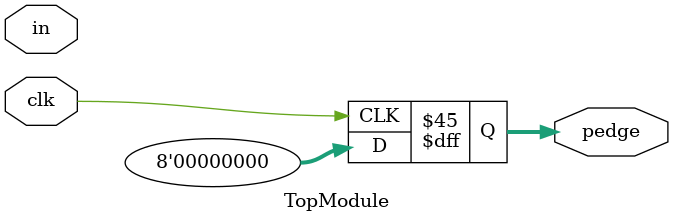
<source format=sv>

`timescale 1ns / 1ps

module TopModule (
  input clk,
  input [7:0] in,
  output reg [7:0] pedge
);

always @ (posedge clk) begin
  for (int i = 0; i < 8; i++) begin
    // Detect positive edge on each bit of 'in'
    if (~in[i] && in[i]) begin
      pedge[i] <= 1;
    end else begin
      pedge[i] <= 0;
    end
  end
end

endmodule

// VERILOG-EVAL: errant inclusion of module definition

</source>
